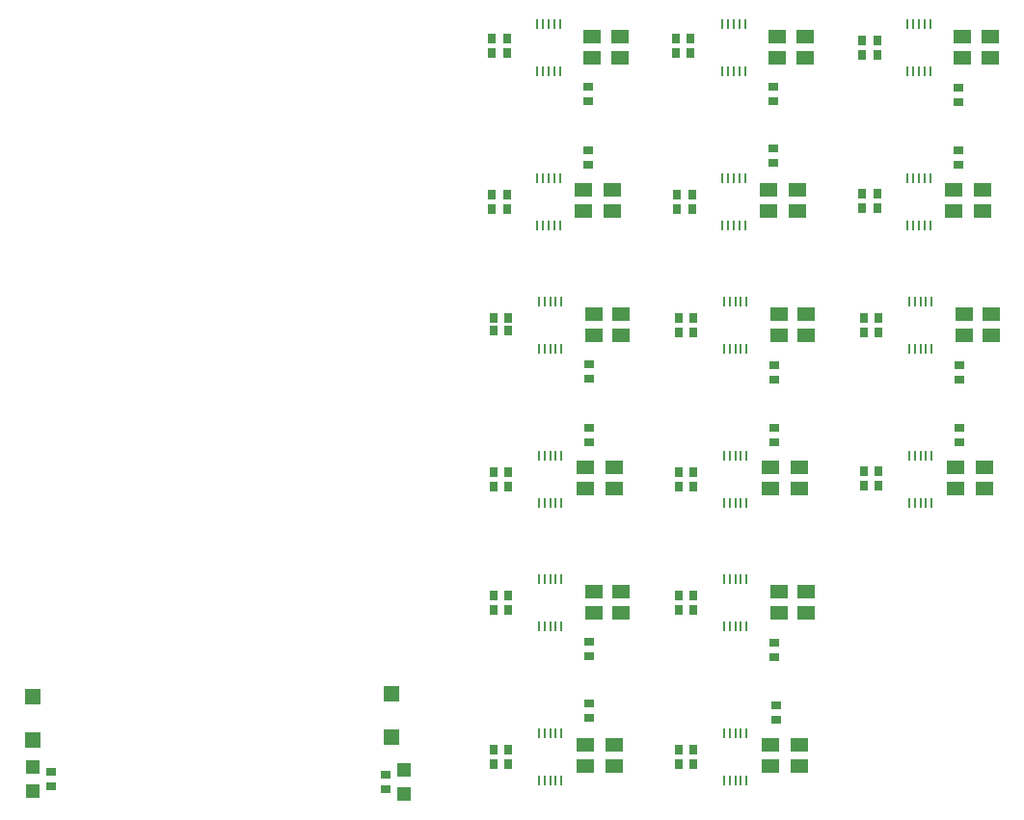
<source format=gtp>
G75*
%MOIN*%
%OFA0B0*%
%FSLAX25Y25*%
%IPPOS*%
%LPD*%
%AMOC8*
5,1,8,0,0,1.08239X$1,22.5*
%
%ADD10R,0.05906X0.05118*%
%ADD11R,0.00984X0.03445*%
%ADD12R,0.02756X0.03543*%
%ADD13R,0.05512X0.05512*%
%ADD14R,0.03543X0.02756*%
%ADD15R,0.04724X0.04724*%
D10*
X0608095Y0019310D03*
X0618095Y0019310D03*
X0618095Y0026790D03*
X0608095Y0026790D03*
X0672095Y0026790D03*
X0682095Y0026790D03*
X0682095Y0019310D03*
X0672095Y0019310D03*
X0675095Y0072310D03*
X0684595Y0072310D03*
X0684595Y0079790D03*
X0675095Y0079790D03*
X0620595Y0079790D03*
X0611095Y0079790D03*
X0611095Y0072310D03*
X0620595Y0072310D03*
X0618095Y0115310D03*
X0608095Y0115310D03*
X0608095Y0122790D03*
X0618095Y0122790D03*
X0672095Y0122790D03*
X0682095Y0122790D03*
X0682095Y0115310D03*
X0672095Y0115310D03*
X0736095Y0115310D03*
X0746095Y0115310D03*
X0746095Y0122790D03*
X0736095Y0122790D03*
X0739095Y0168310D03*
X0748595Y0168310D03*
X0748595Y0175790D03*
X0739095Y0175790D03*
X0684595Y0175790D03*
X0675095Y0175790D03*
X0675095Y0168310D03*
X0684595Y0168310D03*
X0620595Y0168310D03*
X0611095Y0168310D03*
X0611095Y0175790D03*
X0620595Y0175790D03*
X0617595Y0211310D03*
X0607595Y0211310D03*
X0607595Y0218790D03*
X0617595Y0218790D03*
X0671595Y0218790D03*
X0681595Y0218790D03*
X0681595Y0211310D03*
X0671595Y0211310D03*
X0735595Y0211310D03*
X0745595Y0211310D03*
X0745595Y0218790D03*
X0735595Y0218790D03*
X0738595Y0264310D03*
X0748095Y0264310D03*
X0748095Y0271790D03*
X0738595Y0271790D03*
X0684095Y0271790D03*
X0674595Y0271790D03*
X0674595Y0264310D03*
X0684095Y0264310D03*
X0620095Y0264310D03*
X0610595Y0264310D03*
X0610595Y0271790D03*
X0620095Y0271790D03*
D11*
X0599532Y0276170D03*
X0597564Y0276170D03*
X0595595Y0276170D03*
X0593627Y0276170D03*
X0591658Y0276170D03*
X0591658Y0259930D03*
X0593627Y0259930D03*
X0595595Y0259930D03*
X0597564Y0259930D03*
X0599532Y0259930D03*
X0655658Y0259930D03*
X0657627Y0259930D03*
X0659595Y0259930D03*
X0661564Y0259930D03*
X0663532Y0259930D03*
X0663532Y0276170D03*
X0661564Y0276170D03*
X0659595Y0276170D03*
X0657627Y0276170D03*
X0655658Y0276170D03*
X0719658Y0276170D03*
X0721627Y0276170D03*
X0723595Y0276170D03*
X0725564Y0276170D03*
X0727532Y0276170D03*
X0727532Y0259930D03*
X0725564Y0259930D03*
X0723595Y0259930D03*
X0721627Y0259930D03*
X0719658Y0259930D03*
X0719658Y0222670D03*
X0721627Y0222670D03*
X0723595Y0222670D03*
X0725564Y0222670D03*
X0727532Y0222670D03*
X0727532Y0206430D03*
X0725564Y0206430D03*
X0723595Y0206430D03*
X0721627Y0206430D03*
X0719658Y0206430D03*
X0663532Y0206430D03*
X0661564Y0206430D03*
X0659595Y0206430D03*
X0657627Y0206430D03*
X0655658Y0206430D03*
X0655658Y0222670D03*
X0657627Y0222670D03*
X0659595Y0222670D03*
X0661564Y0222670D03*
X0663532Y0222670D03*
X0599532Y0222670D03*
X0597564Y0222670D03*
X0595595Y0222670D03*
X0593627Y0222670D03*
X0591658Y0222670D03*
X0591658Y0206430D03*
X0593627Y0206430D03*
X0595595Y0206430D03*
X0597564Y0206430D03*
X0599532Y0206430D03*
X0600032Y0180170D03*
X0598064Y0180170D03*
X0596095Y0180170D03*
X0594127Y0180170D03*
X0592158Y0180170D03*
X0592158Y0163930D03*
X0594127Y0163930D03*
X0596095Y0163930D03*
X0598064Y0163930D03*
X0600032Y0163930D03*
X0656158Y0163930D03*
X0658127Y0163930D03*
X0660095Y0163930D03*
X0662064Y0163930D03*
X0664032Y0163930D03*
X0664032Y0180170D03*
X0662064Y0180170D03*
X0660095Y0180170D03*
X0658127Y0180170D03*
X0656158Y0180170D03*
X0720158Y0180170D03*
X0722127Y0180170D03*
X0724095Y0180170D03*
X0726064Y0180170D03*
X0728032Y0180170D03*
X0728032Y0163930D03*
X0726064Y0163930D03*
X0724095Y0163930D03*
X0722127Y0163930D03*
X0720158Y0163930D03*
X0720158Y0126670D03*
X0722127Y0126670D03*
X0724095Y0126670D03*
X0726064Y0126670D03*
X0728032Y0126670D03*
X0728032Y0110430D03*
X0726064Y0110430D03*
X0724095Y0110430D03*
X0722127Y0110430D03*
X0720158Y0110430D03*
X0664032Y0110430D03*
X0662064Y0110430D03*
X0660095Y0110430D03*
X0658127Y0110430D03*
X0656158Y0110430D03*
X0656158Y0126670D03*
X0658127Y0126670D03*
X0660095Y0126670D03*
X0662064Y0126670D03*
X0664032Y0126670D03*
X0600032Y0126670D03*
X0598064Y0126670D03*
X0596095Y0126670D03*
X0594127Y0126670D03*
X0592158Y0126670D03*
X0592158Y0110430D03*
X0594127Y0110430D03*
X0596095Y0110430D03*
X0598064Y0110430D03*
X0600032Y0110430D03*
X0600032Y0084170D03*
X0598064Y0084170D03*
X0596095Y0084170D03*
X0594127Y0084170D03*
X0592158Y0084170D03*
X0592158Y0067930D03*
X0594127Y0067930D03*
X0596095Y0067930D03*
X0598064Y0067930D03*
X0600032Y0067930D03*
X0656158Y0067930D03*
X0658127Y0067930D03*
X0660095Y0067930D03*
X0662064Y0067930D03*
X0664032Y0067930D03*
X0664032Y0084170D03*
X0662064Y0084170D03*
X0660095Y0084170D03*
X0658127Y0084170D03*
X0656158Y0084170D03*
X0656158Y0030670D03*
X0658127Y0030670D03*
X0660095Y0030670D03*
X0662064Y0030670D03*
X0664032Y0030670D03*
X0664032Y0014430D03*
X0662064Y0014430D03*
X0660095Y0014430D03*
X0658127Y0014430D03*
X0656158Y0014430D03*
X0600032Y0014430D03*
X0598064Y0014430D03*
X0596095Y0014430D03*
X0594127Y0014430D03*
X0592158Y0014430D03*
X0592158Y0030670D03*
X0594127Y0030670D03*
X0596095Y0030670D03*
X0598064Y0030670D03*
X0600032Y0030670D03*
D12*
X0581654Y0025050D03*
X0576536Y0025050D03*
X0576536Y0020050D03*
X0581654Y0020050D03*
X0640536Y0020050D03*
X0645654Y0020050D03*
X0645654Y0025050D03*
X0640536Y0025050D03*
X0640536Y0073550D03*
X0640536Y0078550D03*
X0645654Y0078550D03*
X0645654Y0073550D03*
X0581654Y0073550D03*
X0581654Y0078550D03*
X0576536Y0078550D03*
X0576536Y0073550D03*
X0576536Y0116050D03*
X0576536Y0121050D03*
X0581654Y0121050D03*
X0581654Y0116050D03*
X0640536Y0116050D03*
X0640536Y0121050D03*
X0645654Y0121050D03*
X0645654Y0116050D03*
X0704536Y0116550D03*
X0709654Y0116550D03*
X0709654Y0121550D03*
X0704536Y0121550D03*
X0704536Y0169550D03*
X0709654Y0169550D03*
X0709654Y0174550D03*
X0704536Y0174550D03*
X0645654Y0174550D03*
X0640536Y0174550D03*
X0640536Y0169550D03*
X0645654Y0169550D03*
X0581654Y0170050D03*
X0576536Y0170050D03*
X0576536Y0174550D03*
X0581654Y0174550D03*
X0581154Y0212050D03*
X0581154Y0217050D03*
X0576036Y0217050D03*
X0576036Y0212050D03*
X0640036Y0212050D03*
X0640036Y0217050D03*
X0645154Y0217050D03*
X0645154Y0212050D03*
X0704036Y0212550D03*
X0704036Y0217550D03*
X0709154Y0217550D03*
X0709154Y0212550D03*
X0709154Y0265550D03*
X0709154Y0270550D03*
X0704036Y0270550D03*
X0704036Y0265550D03*
X0644654Y0266050D03*
X0639536Y0266050D03*
X0639536Y0271050D03*
X0644654Y0271050D03*
X0581154Y0271050D03*
X0576036Y0271050D03*
X0576036Y0266050D03*
X0581154Y0266050D03*
D13*
X0541095Y0044530D03*
X0541095Y0029570D03*
X0417095Y0028570D03*
X0417095Y0043530D03*
D14*
X0423595Y0017609D03*
X0423595Y0012491D03*
X0539095Y0011491D03*
X0539095Y0016609D03*
X0609595Y0035991D03*
X0609595Y0041109D03*
X0609595Y0057491D03*
X0609595Y0062609D03*
X0673595Y0062109D03*
X0673595Y0056991D03*
X0674095Y0040609D03*
X0674095Y0035491D03*
X0673595Y0131491D03*
X0673595Y0136609D03*
X0673595Y0152991D03*
X0673595Y0158109D03*
X0737595Y0158109D03*
X0737595Y0152991D03*
X0737595Y0136609D03*
X0737595Y0131491D03*
X0609595Y0131491D03*
X0609595Y0136609D03*
X0609595Y0153491D03*
X0609595Y0158609D03*
X0609095Y0227491D03*
X0609095Y0232609D03*
X0609095Y0249491D03*
X0609095Y0254609D03*
X0673095Y0254609D03*
X0673095Y0249491D03*
X0673095Y0233109D03*
X0673095Y0227991D03*
X0737095Y0227491D03*
X0737095Y0232609D03*
X0737095Y0248991D03*
X0737095Y0254109D03*
D15*
X0417095Y0010916D03*
X0417095Y0019184D03*
X0545595Y0018184D03*
X0545595Y0009916D03*
M02*

</source>
